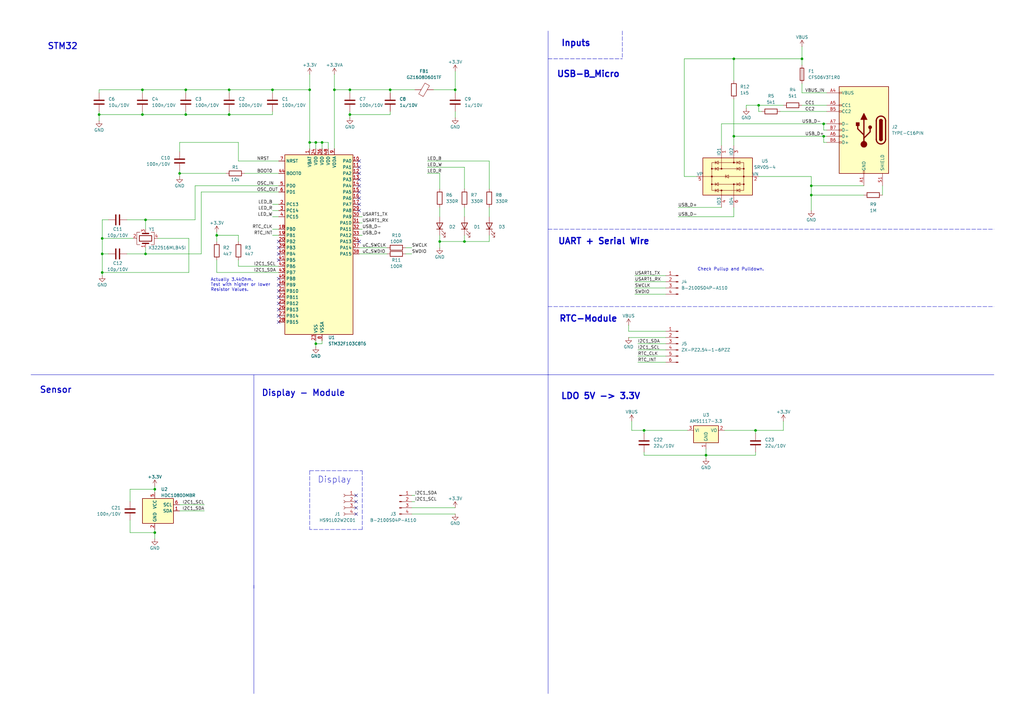
<source format=kicad_sch>
(kicad_sch (version 20231120) (generator "eeschema") (generator_version "8.0")
  (paper "A3")
  (lib_symbols
    (symbol "Connector:Conn_01x04_Pin" (pin_names (offset 1.016) hide)
      (property "Reference" "J" (at 0 5.08 0))
      (property "Value" "Conn_01x04_Pin" (at 0 -7.62 0))
      (symbol "Conn_01x04_Pin_1_1"
        (pin passive line (at 5.08 2.54 180) (length 3.81) (name "Pin_1") (number "1"))
        (pin passive line (at 5.08 0 180) (length 3.81) (name "Pin_2") (number "2"))
        (pin passive line (at 5.08 -2.54 180) (length 3.81) (name "Pin_3") (number "3"))
        (pin passive line (at 5.08 -5.08 180) (length 3.81) (name "Pin_4") (number "4"))
      )
    )
    (symbol "Connector:Conn_01x04_Socket" (pin_names (offset 1.016) hide)
      (property "Reference" "J" (at 0 5.08 0))
      (property "Value" "Conn_01x04_Socket" (at 0 -7.62 0))
      (symbol "Conn_01x04_Socket_1_1"
        (pin passive line (at -5.08 2.54 0) (length 3.81) (name "Pin_1") (number "1"))
        (pin passive line (at -5.08 0 0) (length 3.81) (name "Pin_2") (number "2"))
        (pin passive line (at -5.08 -2.54 0) (length 3.81) (name "Pin_3") (number "3"))
        (pin passive line (at -5.08 -5.08 0) (length 3.81) (name "Pin_4") (number "4"))
      )
    )
    (symbol "Connector:Conn_01x06_Pin" (pin_names (offset 1.016) hide)
      (property "Reference" "J" (at 0 7.62 0))
      (property "Value" "Conn_01x06_Pin" (at 0 -10.16 0))
      (symbol "Conn_01x06_Pin_1_1"
        (pin passive line (at 5.08 5.08 180) (length 3.81) (name "Pin_1") (number "1"))
        (pin passive line (at 5.08 2.54 180) (length 3.81) (name "Pin_2") (number "2"))
        (pin passive line (at 5.08 0 180) (length 3.81) (name "Pin_3") (number "3"))
        (pin passive line (at 5.08 -2.54 180) (length 3.81) (name "Pin_4") (number "4"))
        (pin passive line (at 5.08 -5.08 180) (length 3.81) (name "Pin_5") (number "5"))
        (pin passive line (at 5.08 -7.62 180) (length 3.81) (name "Pin_6") (number "6"))
      )
    )
    (symbol "Connector:USB_C_Receptacle_USB2.0_14P" (pin_names (offset 1.016))
      (property "Reference" "J" (at 0 22.225 0))
      (property "Value" "USB_C_Receptacle_USB2.0_14P" (at 0 19.685 0))
      (symbol "USB_C_Receptacle_USB2.0_14P_1_1"
        (pin passive line (at 0 -22.86 90) (length 5.08) (name "GND") (number "A1"))
        (pin passive line (at 0 -22.86 90) (length 5.08) hide (name "GND") (number "A12"))
        (pin passive line (at 15.24 15.24 180) (length 5.08) (name "VBUS") (number "A4"))
        (pin bidirectional line (at 15.24 10.16 180) (length 5.08) (name "CC1") (number "A5"))
        (pin bidirectional line (at 15.24 -2.54 180) (length 5.08) (name "D+") (number "A6"))
        (pin bidirectional line (at 15.24 2.54 180) (length 5.08) (name "D-") (number "A7"))
        (pin passive line (at 15.24 15.24 180) (length 5.08) hide (name "VBUS") (number "A9"))
        (pin passive line (at 0 -22.86 90) (length 5.08) hide (name "GND") (number "B1"))
        (pin passive line (at 0 -22.86 90) (length 5.08) hide (name "GND") (number "B12"))
        (pin passive line (at 15.24 15.24 180) (length 5.08) hide (name "VBUS") (number "B4"))
        (pin bidirectional line (at 15.24 7.62 180) (length 5.08) (name "CC2") (number "B5"))
        (pin bidirectional line (at 15.24 -5.08 180) (length 5.08) (name "D+") (number "B6"))
        (pin bidirectional line (at 15.24 0 180) (length 5.08) (name "D-") (number "B7"))
        (pin passive line (at 15.24 15.24 180) (length 5.08) hide (name "VBUS") (number "B9"))
        (pin passive line (at -7.62 -22.86 90) (length 5.08) (name "SHIELD") (number "S1"))
      )
    )
    (symbol "Device:C" (pin_numbers hide) (pin_names (offset 0.254))
      (property "Reference" "C" (at 0.635 2.54 0))
      (property "Value" "C" (at 0.635 -2.54 0))
      (symbol "C_1_1"
        (pin passive line (at 0 3.81 270) (length 2.794) (name "~") (number "1"))
        (pin passive line (at 0 -3.81 90) (length 2.794) (name "~") (number "2"))
      )
    )
    (symbol "Device:Crystal_GND24" (pin_names (offset 1.016) hide)
      (property "Reference" "Y" (at 3.175 5.08 0))
      (property "Value" "Crystal_GND24" (at 3.175 3.175 0))
      (symbol "Crystal_GND24_1_1"
        (pin passive line (at -3.81 0 0) (length 1.27) (name "1") (number "1"))
        (pin passive line (at 0 5.08 270) (length 1.27) (name "2") (number "2"))
        (pin passive line (at 3.81 0 180) (length 1.27) (name "3") (number "3"))
        (pin passive line (at 0 -5.08 90) (length 1.27) (name "4") (number "4"))
      )
    )
    (symbol "Device:FerriteBead" (pin_numbers hide) (pin_names (offset 0))
      (property "Reference" "FB" (at -3.81 0.635 90))
      (property "Value" "FerriteBead" (at 3.81 0 90))
      (symbol "FerriteBead_1_1"
        (pin passive line (at 0 3.81 270) (length 2.54) (name "~") (number "1"))
        (pin passive line (at 0 -3.81 90) (length 2.54) (name "~") (number "2"))
      )
    )
    (symbol "Device:Fuse" (pin_numbers hide) (pin_names (offset 0))
      (property "Reference" "F" (at 2.032 0 90))
      (property "Value" "Fuse" (at -1.905 0 90))
      (symbol "Fuse_1_1"
        (pin passive line (at 0 3.81 270) (length 1.27) (name "~") (number "1"))
        (pin passive line (at 0 -3.81 90) (length 1.27) (name "~") (number "2"))
      )
    )
    (symbol "Device:LED" (pin_numbers hide) (pin_names (offset 1.016) hide)
      (property "Reference" "D" (at 0 2.54 0))
      (property "Value" "LED" (at 0 -2.54 0))
      (symbol "LED_1_1"
        (pin passive line (at -3.81 0 0) (length 2.54) (name "K") (number "1"))
        (pin passive line (at 3.81 0 180) (length 2.54) (name "A") (number "2"))
      )
    )
    (symbol "Device:R" (pin_numbers hide) (pin_names (offset 0))
      (property "Reference" "R" (at 2.032 0 90))
      (property "Value" "R" (at 0 0 90))
      (symbol "R_1_1"
        (pin passive line (at 0 3.81 270) (length 1.27) (name "~") (number "1"))
        (pin passive line (at 0 -3.81 90) (length 1.27) (name "~") (number "2"))
      )
    )
    (symbol "MCU_ST_STM32F1:STM32F103C8Tx"
      (property "Reference" "U" (at -12.7 39.37 0))
      (property "Value" "STM32F103C8Tx" (at 10.16 39.37 0))
      (symbol "STM32F103C8Tx_1_1"
        (pin power_in line (at -2.54 40.64 270) (length 2.54) (name "VBAT") (number "1"))
        (pin bidirectional line (at 17.78 35.56 180) (length 2.54) (name "PA0") (number "10"))
        (pin bidirectional line (at 17.78 33.02 180) (length 2.54) (name "PA1") (number "11"))
        (pin bidirectional line (at 17.78 30.48 180) (length 2.54) (name "PA2") (number "12"))
        (pin bidirectional line (at 17.78 27.94 180) (length 2.54) (name "PA3") (number "13"))
        (pin bidirectional line (at 17.78 25.4 180) (length 2.54) (name "PA4") (number "14"))
        (pin bidirectional line (at 17.78 22.86 180) (length 2.54) (name "PA5") (number "15"))
        (pin bidirectional line (at 17.78 20.32 180) (length 2.54) (name "PA6") (number "16"))
        (pin bidirectional line (at 17.78 17.78 180) (length 2.54) (name "PA7") (number "17"))
        (pin bidirectional line (at -15.24 7.62 0) (length 2.54) (name "PB0") (number "18"))
        (pin bidirectional line (at -15.24 5.08 0) (length 2.54) (name "PB1") (number "19"))
        (pin bidirectional line (at -15.24 17.78 0) (length 2.54) (name "PC13") (number "2"))
        (pin bidirectional line (at -15.24 2.54 0) (length 2.54) (name "PB2") (number "20"))
        (pin bidirectional line (at -15.24 -17.78 0) (length 2.54) (name "PB10") (number "21"))
        (pin bidirectional line (at -15.24 -20.32 0) (length 2.54) (name "PB11") (number "22"))
        (pin power_in line (at 0 -38.1 90) (length 2.54) (name "VSS") (number "23"))
        (pin power_in line (at 0 40.64 270) (length 2.54) (name "VDD") (number "24"))
        (pin bidirectional line (at -15.24 -22.86 0) (length 2.54) (name "PB12") (number "25"))
        (pin bidirectional line (at -15.24 -25.4 0) (length 2.54) (name "PB13") (number "26"))
        (pin bidirectional line (at -15.24 -27.94 0) (length 2.54) (name "PB14") (number "27"))
        (pin bidirectional line (at -15.24 -30.48 0) (length 2.54) (name "PB15") (number "28"))
        (pin bidirectional line (at 17.78 15.24 180) (length 2.54) (name "PA8") (number "29"))
        (pin bidirectional line (at -15.24 15.24 0) (length 2.54) (name "PC14") (number "3"))
        (pin bidirectional line (at 17.78 12.7 180) (length 2.54) (name "PA9") (number "30"))
        (pin bidirectional line (at 17.78 10.16 180) (length 2.54) (name "PA10") (number "31"))
        (pin bidirectional line (at 17.78 7.62 180) (length 2.54) (name "PA11") (number "32"))
        (pin bidirectional line (at 17.78 5.08 180) (length 2.54) (name "PA12") (number "33"))
        (pin bidirectional line (at 17.78 2.54 180) (length 2.54) (name "PA13") (number "34"))
        (pin passive line (at 0 -38.1 90) (length 2.54) hide (name "VSS") (number "35"))
        (pin power_in line (at 2.54 40.64 270) (length 2.54) (name "VDD") (number "36"))
        (pin bidirectional line (at 17.78 0 180) (length 2.54) (name "PA14") (number "37"))
        (pin bidirectional line (at 17.78 -2.54 180) (length 2.54) (name "PA15") (number "38"))
        (pin bidirectional line (at -15.24 0 0) (length 2.54) (name "PB3") (number "39"))
        (pin bidirectional line (at -15.24 12.7 0) (length 2.54) (name "PC15") (number "4"))
        (pin bidirectional line (at -15.24 -2.54 0) (length 2.54) (name "PB4") (number "40"))
        (pin bidirectional line (at -15.24 -5.08 0) (length 2.54) (name "PB5") (number "41"))
        (pin bidirectional line (at -15.24 -7.62 0) (length 2.54) (name "PB6") (number "42"))
        (pin bidirectional line (at -15.24 -10.16 0) (length 2.54) (name "PB7") (number "43"))
        (pin input line (at -15.24 30.48 0) (length 2.54) (name "BOOT0") (number "44"))
        (pin bidirectional line (at -15.24 -12.7 0) (length 2.54) (name "PB8") (number "45"))
        (pin bidirectional line (at -15.24 -15.24 0) (length 2.54) (name "PB9") (number "46"))
        (pin passive line (at 0 -38.1 90) (length 2.54) hide (name "VSS") (number "47"))
        (pin power_in line (at 5.08 40.64 270) (length 2.54) (name "VDD") (number "48"))
        (pin bidirectional line (at -15.24 25.4 0) (length 2.54) (name "PD0") (number "5"))
        (pin bidirectional line (at -15.24 22.86 0) (length 2.54) (name "PD1") (number "6"))
        (pin input line (at -15.24 35.56 0) (length 2.54) (name "NRST") (number "7"))
        (pin power_in line (at 2.54 -38.1 90) (length 2.54) (name "VSSA") (number "8"))
        (pin power_in line (at 7.62 40.64 270) (length 2.54) (name "VDDA") (number "9"))
      )
    )
    (symbol "Power_Protection:SRV05-4" (pin_names (offset 0))
      (property "Reference" "U" (at -5.08 11.43 0))
      (property "Value" "SRV05-4" (at 2.54 11.43 0))
      (symbol "SRV05-4_1_1"
        (pin passive line (at -12.7 2.54 0) (length 5.08) (name "IO1") (number "1"))
        (pin passive line (at 0 -12.7 90) (length 2.54) (name "VN") (number "2"))
        (pin passive line (at -12.7 -2.54 0) (length 5.08) (name "IO2") (number "3"))
        (pin passive line (at 12.7 2.54 180) (length 5.08) (name "IO3") (number "4"))
        (pin passive line (at 0 12.7 270) (length 2.54) (name "VP") (number "5"))
        (pin passive line (at 12.7 -2.54 180) (length 5.08) (name "IO4") (number "6"))
      )
    )
    (symbol "Regulator_Linear:AMS1117-3.3"
      (property "Reference" "U" (at -3.81 3.175 0))
      (property "Value" "AMS1117-3.3" (at 0 3.175 0))
      (symbol "AMS1117-3.3_1_1"
        (pin power_in line (at 0 -7.62 90) (length 2.54) (name "GND") (number "1"))
        (pin power_out line (at 7.62 0 180) (length 2.54) (name "VO") (number "2"))
        (pin power_in line (at -7.62 0 0) (length 2.54) (name "VI") (number "3"))
      )
    )
    (symbol "Sensor_Humidity:HDC1080"
      (property "Reference" "U" (at -6.35 6.35 0))
      (property "Value" "HDC1080" (at 3.81 6.35 0))
      (symbol "HDC1080_1_1"
        (pin bidirectional line (at 7.62 0 180) (length 2.54) (name "SDA") (number "1"))
        (pin power_in line (at -2.54 -7.62 90) (length 2.54) (name "GND") (number "2"))
        (pin no_connect line (at -7.62 0 0) (length 2.54) hide (name "NC") (number "3"))
        (pin no_connect line (at -7.62 -2.54 0) (length 2.54) hide (name "NC") (number "4"))
        (pin power_in line (at -2.54 7.62 270) (length 2.54) (name "VCC") (number "5"))
        (pin input line (at 7.62 2.54 180) (length 2.54) (name "SCL") (number "6"))
        (pin no_connect line (at -7.62 2.54 0) (length 2.54) hide (name "DAP") (number "7"))
      )
    )
    (symbol "power:+3.3V" (power) (pin_numbers hide) (pin_names (offset 0) hide)
      (property "Value" "+3.3V" (at 0 3.556 0))
      (symbol "+3.3V_1_1"
        (pin power_in line (at 0 0 90) (length 0) (name "~") (number "1"))
      )
    )
    (symbol "power:+3.3VA" (power) (pin_numbers hide) (pin_names (offset 0) hide)
      (property "Value" "+3.3VA" (at 0 3.556 0))
      (symbol "+3.3VA_1_1"
        (pin power_in line (at 0 0 90) (length 0) (name "~") (number "1"))
      )
    )
    (symbol "power:GND" (power) (pin_numbers hide) (pin_names (offset 0) hide)
      (property "Value" "GND" (at 0 -3.81 0))
      (symbol "GND_1_1"
        (pin power_in line (at 0 0 270) (length 0) (name "~") (number "1"))
      )
    )
    (symbol "power:VBUS" (power) (pin_numbers hide) (pin_names (offset 0) hide)
      (property "Value" "VBUS" (at 0 3.556 0))
      (symbol "VBUS_1_1"
        (pin power_in line (at 0 0 90) (length 0) (name "~") (number "1"))
      )
    )
  )
  (junction (at 337.82 50.8))
  (junction (at 59.69 90.17))
  (junction (at 127 36.83))
  (junction (at 328.93 24.13))
  (junction (at 311.15 43.18))
  (junction (at 137.16 36.83))
  (junction (at 337.82 55.88))
  (junction (at 289.56 186.69))
  (junction (at 63.5 200.66))
  (junction (at 132.08 58.42))
  (junction (at 300.99 24.13))
  (junction (at 129.54 140.97))
  (junction (at 111.76 36.83))
  (junction (at 300.99 55.88))
  (junction (at 76.2 46.99))
  (junction (at 129.54 58.42))
  (junction (at 41.91 104.14))
  (junction (at 59.69 104.14))
  (junction (at 76.2 36.83))
  (junction (at 41.91 111.76))
  (junction (at 180.34 99.06))
  (junction (at 143.51 46.99))
  (junction (at 190.5 99.06))
  (junction (at 143.51 36.83))
  (junction (at 88.9 96.52))
  (junction (at 58.42 36.83))
  (junction (at 63.5 218.44))
  (junction (at 40.64 46.99))
  (junction (at 58.42 46.99))
  (junction (at 309.88 176.53))
  (junction (at 93.98 36.83))
  (junction (at 93.98 46.99))
  (junction (at 127 58.42))
  (junction (at 41.91 97.79))
  (junction (at 73.66 71.12))
  (junction (at 332.74 76.2))
  (junction (at 264.16 176.53))
  (junction (at 186.69 36.83))
  (junction (at 160.02 36.83))
  (junction (at 332.74 80.01))
  (no_connect (at 114.3 99.06))
  (no_connect (at 146.05 210.82))
  (no_connect (at 114.3 106.68))
  (no_connect (at 114.3 114.3))
  (no_connect (at 114.3 129.54))
  (no_connect (at 147.32 66.04))
  (no_connect (at 147.32 81.28))
  (no_connect (at 147.32 73.66))
  (no_connect (at 147.32 78.74))
  (no_connect (at 147.32 76.2))
  (no_connect (at 146.05 208.28))
  (no_connect (at 114.3 119.38))
  (no_connect (at 114.3 104.14))
  (no_connect (at 147.32 83.82))
  (no_connect (at 114.3 124.46))
  (no_connect (at 114.3 116.84))
  (no_connect (at 114.3 132.08))
  (no_connect (at 114.3 101.6))
  (no_connect (at 147.32 71.12))
  (no_connect (at 114.3 127))
  (no_connect (at 114.3 121.92))
  (no_connect (at 147.32 99.06))
  (no_connect (at 147.32 68.58))
  (no_connect (at 146.05 205.74))
  (no_connect (at 147.32 86.36))
  (no_connect (at 146.05 203.2))
  (wire (pts (xy 111.76 36.83) (xy 127 36.83)))
  (wire (pts (xy 40.64 46.99) (xy 40.64 49.53)))
  (polyline (pts (xy 127 193.04) (xy 127 217.17)) (stroke (width 0) (type dash)))
  (wire (pts (xy 88.9 96.52) (xy 97.79 96.52)))
  (wire (pts (xy 44.45 90.17) (xy 41.91 90.17)))
  (polyline (pts (xy 12.7 153.67) (xy 224.79 153.67)) (stroke (width 0) (type solid)))
  (wire (pts (xy 260.35 115.57) (xy 273.05 115.57)))
  (wire (pts (xy 264.16 176.53) (xy 281.94 176.53)))
  (wire (pts (xy 76.2 36.83) (xy 76.2 38.1)))
  (wire (pts (xy 41.91 104.14) (xy 41.91 111.76)))
  (wire (pts (xy 260.35 118.11) (xy 273.05 118.11)))
  (wire (pts (xy 295.91 50.8) (xy 337.82 50.8)))
  (wire (pts (xy 82.55 104.14) (xy 82.55 78.74)))
  (wire (pts (xy 160.02 36.83) (xy 170.18 36.83)))
  (wire (pts (xy 111.76 88.9) (xy 114.3 88.9)))
  (wire (pts (xy 88.9 111.76) (xy 114.3 111.76)))
  (wire (pts (xy 147.32 93.98) (xy 148.59 93.98)))
  (wire (pts (xy 309.88 176.53) (xy 309.88 177.8)))
  (wire (pts (xy 97.79 106.68) (xy 97.79 109.22)))
  (wire (pts (xy 73.66 207.01) (xy 83.82 207.01)))
  (wire (pts (xy 52.07 90.17) (xy 59.69 90.17)))
  (wire (pts (xy 328.93 43.18) (xy 339.09 43.18)))
  (wire (pts (xy 321.31 172.72) (xy 321.31 176.53)))
  (wire (pts (xy 328.93 34.29) (xy 328.93 38.1)))
  (wire (pts (xy 170.18 205.74) (xy 168.91 205.74)))
  (wire (pts (xy 58.42 45.72) (xy 58.42 46.99)))
  (wire (pts (xy 177.8 36.83) (xy 186.69 36.83)))
  (wire (pts (xy 97.79 66.04) (xy 114.3 66.04)))
  (wire (pts (xy 137.16 30.48) (xy 137.16 36.83)))
  (wire (pts (xy 111.76 83.82) (xy 114.3 83.82)))
  (wire (pts (xy 147.32 91.44) (xy 148.59 91.44)))
  (wire (pts (xy 111.76 93.98) (xy 114.3 93.98)))
  (wire (pts (xy 58.42 36.83) (xy 76.2 36.83)))
  (wire (pts (xy 100.33 71.12) (xy 114.3 71.12)))
  (wire (pts (xy 160.02 46.99) (xy 160.02 45.72)))
  (wire (pts (xy 97.79 109.22) (xy 114.3 109.22)))
  (wire (pts (xy 132.08 139.7) (xy 132.08 140.97)))
  (wire (pts (xy 127 30.48) (xy 127 36.83)))
  (wire (pts (xy 180.34 96.52) (xy 180.34 99.06)))
  (wire (pts (xy 280.67 24.13) (xy 300.99 24.13)))
  (wire (pts (xy 147.32 96.52) (xy 148.59 96.52)))
  (wire (pts (xy 259.08 176.53) (xy 264.16 176.53)))
  (wire (pts (xy 186.69 36.83) (xy 186.69 38.1)))
  (wire (pts (xy 300.99 55.88) (xy 337.82 55.88)))
  (wire (pts (xy 59.69 104.14) (xy 82.55 104.14)))
  (wire (pts (xy 111.76 96.52) (xy 114.3 96.52)))
  (wire (pts (xy 127 58.42) (xy 129.54 58.42)))
  (wire (pts (xy 143.51 46.99) (xy 143.51 48.26)))
  (wire (pts (xy 80.01 76.2) (xy 114.3 76.2)))
  (wire (pts (xy 88.9 106.68) (xy 88.9 111.76)))
  (wire (pts (xy 76.2 36.83) (xy 93.98 36.83)))
  (polyline (pts (xy 148.59 217.17) (xy 127 217.17)) (stroke (width 0) (type dash)))
  (wire (pts (xy 309.88 186.69) (xy 289.56 186.69)))
  (wire (pts (xy 73.66 71.12) (xy 73.66 72.39)))
  (wire (pts (xy 168.91 208.28) (xy 186.69 208.28)))
  (wire (pts (xy 129.54 58.42) (xy 129.54 60.96)))
  (wire (pts (xy 129.54 140.97) (xy 129.54 142.24)))
  (wire (pts (xy 111.76 45.72) (xy 111.76 46.99)))
  (wire (pts (xy 59.69 90.17) (xy 80.01 90.17)))
  (wire (pts (xy 97.79 96.52) (xy 97.79 99.06)))
  (wire (pts (xy 264.16 185.42) (xy 264.16 186.69)))
  (wire (pts (xy 260.35 120.65) (xy 273.05 120.65)))
  (wire (pts (xy 41.91 111.76) (xy 77.47 111.76)))
  (wire (pts (xy 147.32 101.6) (xy 158.75 101.6)))
  (wire (pts (xy 337.82 53.34) (xy 339.09 53.34)))
  (polyline (pts (xy 224.79 93.98) (xy 407.67 93.98)) (stroke (width 0) (type dash)))
  (polyline (pts (xy 224.79 24.13) (xy 255.27 24.13)) (stroke (width 0) (type dash)))
  (wire (pts (xy 63.5 218.44) (xy 63.5 220.98)))
  (polyline (pts (xy 224.79 153.67) (xy 224.79 284.48)) (stroke (width 0) (type solid)))
  (wire (pts (xy 309.88 176.53) (xy 321.31 176.53)))
  (wire (pts (xy 175.26 68.58) (xy 190.5 68.58)))
  (wire (pts (xy 260.35 113.03) (xy 273.05 113.03)))
  (wire (pts (xy 97.79 58.42) (xy 97.79 66.04)))
  (wire (pts (xy 311.15 72.39) (xy 332.74 72.39)))
  (wire (pts (xy 44.45 104.14) (xy 41.91 104.14)))
  (polyline (pts (xy 127 193.04) (xy 148.59 193.04)) (stroke (width 0) (type dash)))
  (wire (pts (xy 285.75 72.39) (xy 280.67 72.39)))
  (wire (pts (xy 160.02 36.83) (xy 160.02 38.1)))
  (polyline (pts (xy 148.59 193.04) (xy 148.59 217.17)) (stroke (width 0) (type dash)))
  (wire (pts (xy 175.26 66.04) (xy 200.66 66.04)))
  (polyline (pts (xy 224.79 153.67) (xy 407.67 153.67)) (stroke (width 0) (type solid)))
  (wire (pts (xy 190.5 68.58) (xy 190.5 77.47)))
  (wire (pts (xy 328.93 38.1) (xy 339.09 38.1)))
  (polyline (pts (xy 255.27 12.7) (xy 255.27 24.13)) (stroke (width 0) (type dash)))
  (wire (pts (xy 264.16 177.8) (xy 264.16 176.53)))
  (wire (pts (xy 200.66 85.09) (xy 200.66 88.9)))
  (wire (pts (xy 143.51 36.83) (xy 160.02 36.83)))
  (wire (pts (xy 143.51 46.99) (xy 160.02 46.99)))
  (wire (pts (xy 64.77 97.79) (xy 77.47 97.79)))
  (wire (pts (xy 53.34 200.66) (xy 53.34 205.74)))
  (wire (pts (xy 41.91 97.79) (xy 54.61 97.79)))
  (wire (pts (xy 332.74 76.2) (xy 332.74 80.01)))
  (wire (pts (xy 186.69 29.21) (xy 186.69 36.83)))
  (wire (pts (xy 168.91 210.82) (xy 186.69 210.82)))
  (wire (pts (xy 306.07 44.45) (xy 306.07 43.18)))
  (wire (pts (xy 73.66 71.12) (xy 73.66 69.85)))
  (wire (pts (xy 320.04 45.72) (xy 339.09 45.72)))
  (wire (pts (xy 180.34 99.06) (xy 180.34 101.6)))
  (wire (pts (xy 190.5 99.06) (xy 190.5 96.52)))
  (wire (pts (xy 278.13 88.9) (xy 300.99 88.9)))
  (wire (pts (xy 278.13 85.09) (xy 295.91 85.09)))
  (wire (pts (xy 40.64 36.83) (xy 58.42 36.83)))
  (wire (pts (xy 73.66 58.42) (xy 73.66 62.23)))
  (wire (pts (xy 63.5 200.66) (xy 63.5 201.93)))
  (wire (pts (xy 52.07 104.14) (xy 59.69 104.14)))
  (wire (pts (xy 93.98 36.83) (xy 93.98 38.1)))
  (wire (pts (xy 137.16 36.83) (xy 143.51 36.83)))
  (wire (pts (xy 77.47 111.76) (xy 77.47 97.79)))
  (wire (pts (xy 53.34 218.44) (xy 63.5 218.44)))
  (wire (pts (xy 186.69 45.72) (xy 186.69 48.26)))
  (wire (pts (xy 261.62 148.59) (xy 273.05 148.59)))
  (wire (pts (xy 300.99 40.64) (xy 300.99 55.88)))
  (wire (pts (xy 132.08 58.42) (xy 132.08 60.96)))
  (wire (pts (xy 129.54 140.97) (xy 132.08 140.97)))
  (wire (pts (xy 129.54 58.42) (xy 132.08 58.42)))
  (wire (pts (xy 73.66 209.55) (xy 83.82 209.55)))
  (wire (pts (xy 332.74 80.01) (xy 354.33 80.01)))
  (wire (pts (xy 300.99 24.13) (xy 328.93 24.13)))
  (wire (pts (xy 59.69 104.14) (xy 59.69 101.6)))
  (wire (pts (xy 88.9 95.25) (xy 88.9 96.52)))
  (wire (pts (xy 58.42 46.99) (xy 76.2 46.99)))
  (wire (pts (xy 111.76 86.36) (xy 114.3 86.36)))
  (wire (pts (xy 73.66 58.42) (xy 97.79 58.42)))
  (wire (pts (xy 337.82 55.88) (xy 339.09 55.88)))
  (wire (pts (xy 180.34 85.09) (xy 180.34 88.9)))
  (wire (pts (xy 40.64 46.99) (xy 40.64 45.72)))
  (wire (pts (xy 332.74 72.39) (xy 332.74 76.2)))
  (wire (pts (xy 200.66 66.04) (xy 200.66 77.47)))
  (wire (pts (xy 76.2 46.99) (xy 76.2 45.72)))
  (wire (pts (xy 261.62 140.97) (xy 273.05 140.97)))
  (wire (pts (xy 289.56 184.15) (xy 289.56 186.69)))
  (wire (pts (xy 147.32 88.9) (xy 148.59 88.9)))
  (wire (pts (xy 92.71 71.12) (xy 73.66 71.12)))
  (wire (pts (xy 137.16 36.83) (xy 137.16 60.96)))
  (wire (pts (xy 264.16 186.69) (xy 289.56 186.69)))
  (polyline (pts (xy 104.14 241.3) (xy 104.14 240.03)))
  (wire (pts (xy 257.81 133.35) (xy 257.81 135.89)))
  (wire (pts (xy 53.34 200.66) (xy 63.5 200.66)))
  (wire (pts (xy 175.26 71.12) (xy 180.34 71.12)))
  (wire (pts (xy 309.88 186.69) (xy 309.88 185.42)))
  (wire (pts (xy 127 58.42) (xy 127 60.96)))
  (wire (pts (xy 295.91 50.8) (xy 295.91 59.69)))
  (wire (pts (xy 332.74 80.01) (xy 332.74 86.36)))
  (wire (pts (xy 93.98 36.83) (xy 111.76 36.83)))
  (wire (pts (xy 337.82 50.8) (xy 339.09 50.8)))
  (wire (pts (xy 257.81 135.89) (xy 273.05 135.89)))
  (wire (pts (xy 311.15 45.72) (xy 311.15 43.18)))
  (wire (pts (xy 170.18 203.2) (xy 168.91 203.2)))
  (wire (pts (xy 311.15 43.18) (xy 321.31 43.18)))
  (wire (pts (xy 280.67 72.39) (xy 280.67 24.13)))
  (wire (pts (xy 129.54 139.7) (xy 129.54 140.97)))
  (wire (pts (xy 134.62 60.96) (xy 134.62 58.42)))
  (wire (pts (xy 300.99 55.88) (xy 300.99 59.69)))
  (wire (pts (xy 361.95 80.01) (xy 361.95 76.2)))
  (wire (pts (xy 297.18 176.53) (xy 309.88 176.53)))
  (wire (pts (xy 93.98 46.99) (xy 111.76 46.99)))
  (wire (pts (xy 41.91 97.79) (xy 41.91 104.14)))
  (wire (pts (xy 261.62 146.05) (xy 273.05 146.05)))
  (wire (pts (xy 332.74 76.2) (xy 354.33 76.2)))
  (wire (pts (xy 111.76 36.83) (xy 111.76 38.1)))
  (wire (pts (xy 82.55 78.74) (xy 114.3 78.74)))
  (wire (pts (xy 63.5 217.17) (xy 63.5 218.44)))
  (wire (pts (xy 41.91 111.76) (xy 41.91 113.03)))
  (wire (pts (xy 93.98 46.99) (xy 93.98 45.72)))
  (wire (pts (xy 166.37 104.14) (xy 168.91 104.14)))
  (wire (pts (xy 40.64 46.99) (xy 58.42 46.99)))
  (wire (pts (xy 337.82 50.8) (xy 337.82 53.34)))
  (wire (pts (xy 300.99 24.13) (xy 300.99 33.02)))
  (wire (pts (xy 312.42 45.72) (xy 311.15 45.72)))
  (wire (pts (xy 337.82 58.42) (xy 339.09 58.42)))
  (wire (pts (xy 76.2 46.99) (xy 93.98 46.99)))
  (wire (pts (xy 328.93 19.05) (xy 328.93 24.13)))
  (wire (pts (xy 127 36.83) (xy 127 58.42)))
  (wire (pts (xy 59.69 90.17) (xy 59.69 93.98)))
  (wire (pts (xy 80.01 90.17) (xy 80.01 76.2)))
  (wire (pts (xy 190.5 99.06) (xy 200.66 99.06)))
  (wire (pts (xy 166.37 101.6) (xy 168.91 101.6)))
  (wire (pts (xy 63.5 199.39) (xy 63.5 200.66)))
  (wire (pts (xy 180.34 71.12) (xy 180.34 77.47)))
  (wire (pts (xy 40.64 36.83) (xy 40.64 38.1)))
  (wire (pts (xy 88.9 96.52) (xy 88.9 99.06)))
  (wire (pts (xy 257.81 138.43) (xy 273.05 138.43)))
  (wire (pts (xy 58.42 36.83) (xy 58.42 38.1)))
  (wire (pts (xy 41.91 90.17) (xy 41.91 97.79)))
  (wire (pts (xy 132.08 58.42) (xy 134.62 58.42)))
  (wire (pts (xy 328.93 24.13) (xy 328.93 26.67)))
  (wire (pts (xy 300.99 88.9) (xy 300.99 85.09)))
  (wire (pts (xy 306.07 43.18) (xy 311.15 43.18)))
  (wire (pts (xy 337.82 55.88) (xy 337.82 58.42)))
  (wire (pts (xy 190.5 85.09) (xy 190.5 88.9)))
  (wire (pts (xy 143.51 36.83) (xy 143.51 38.1)))
  (polyline (pts (xy 104.14 153.67) (xy 104.14 284.48)))
  (wire (pts (xy 147.32 104.14) (xy 158.75 104.14)))
  (polyline (pts (xy 224.79 125.73) (xy 407.67 125.73)) (stroke (width 0) (type dash)))
  (wire (pts (xy 53.34 213.36) (xy 53.34 218.44)))
  (wire (pts (xy 259.08 172.72) (xy 259.08 176.53)))
  (wire (pts (xy 261.62 143.51) (xy 273.05 143.51)))
  (wire (pts (xy 289.56 186.69) (xy 289.56 187.96)))
  (polyline (pts (xy 224.79 12.7) (xy 224.79 153.67)) (stroke (width 0) (type solid)))
  (wire (pts (xy 200.66 99.06) (xy 200.66 96.52)))
  (wire (pts (xy 180.34 99.06) (xy 190.5 99.06)))
  (wire (pts (xy 143.51 45.72) (xy 143.51 46.99)))
  (text "Inputs\n" (at 236.22 17.78 0) (effects (font (size 2.54 2.54) (thickness 0.508) (bold yes))))
  (text "Actually 3.4kOhm.\nTest with higher or lower \nResistor Values." (at 86.36 116.84 0) (effects (font (size 1.27 1.27)) (justify left)))
  (text "Display - Module" (at 124.46 161.29 0) (effects (font (size 2.54 2.54) (thickness 0.4064) (bold yes))))
  (text "STM32 " (at 26.67 19.05 0) (effects (font (size 2.54 2.54) (thickness 0.4064) (bold yes))))
  (text "Display" (at 137.16 196.85 0) (effects (font (size 2.54 2.54))))
  (text "Sensor" (at 22.86 160.02 0) (effects (font (size 2.54 2.54) (thickness 0.4064) (bold yes))))
  (text "LDO 5V -> 3.3V" (at 246.38 162.56 0) (effects (font (size 2.54 2.54) (thickness 0.508) (bold yes))))
  (text "USB-B_Micro" (at 241.3 30.48 0) (effects (font (size 2.54 2.54) (thickness 0.508) (bold yes))))
  (text "RTC-Module" (at 241.3 130.81 0) (effects (font (size 2.54 2.54) (thickness 0.508) (bold yes))))
  (text "UART + Serial Wire" (at 247.65 99.06 0) (effects (font (size 2.54 2.54) (thickness 0.508) (bold yes))))
  (text "Check Pullup and Pulldown." (at 299.72 110.49 0) (effects (font (size 1.27 1.27))))
  (label "LED_B" (at 111.76 83.82 180))
  (label "I2C1_SDA" (at 261.62 140.97 0))
  (label "CC2" (at 330.2 45.72 0))
  (label "RTC_CLK" (at 111.76 93.98 180))
  (label "USART1_RX" (at 260.35 115.57 0))
  (label "USB_D-" (at 148.59 93.98 0))
  (label "SWCLK" (at 168.91 101.6 0))
  (label "OSC_IN" (at 105.41 76.2 0))
  (label "RTC_INT" (at 111.76 96.52 180))
  (label "SWCLK" (at 260.35 118.11 0))
  (label "CC1" (at 330.2 43.18 0))
  (label "I2C1_SCL" (at 170.18 205.74 0))
  (label "USB_D+" (at 278.13 85.09 0))
  (label "OSC_OUT" (at 105.41 78.74 0))
  (label "I2C1_SCL" (at 261.62 143.51 0))
  (label "USART1_TX" (at 260.35 113.03 0))
  (label "LED_R" (at 111.76 86.36 180))
  (label "USART1_RX" (at 148.59 91.44 0))
  (label "USB_D+" (at 148.59 96.52 0))
  (label "USB_D-" (at 328.93 50.8 0))
  (label "SWDIO" (at 168.91 104.14 0))
  (label "I2C1_SCL" (at 104.14 109.22 0))
  (label "USB_D-" (at 278.13 88.9 0))
  (label "USB_D+" (at 330.2 55.88 0))
  (label "uC_SWCLK" (at 148.59 101.6 0))
  (label "SWDIO" (at 260.35 120.65 0))
  (label "LED_W" (at 111.76 88.9 180))
  (label "NRST" (at 105.41 66.04 0))
  (label "I2C1_SDA" (at 170.18 203.2 0))
  (label "I2C1_SDA" (at 83.82 209.55 180))
  (label "RTC_INT" (at 261.62 148.59 0))
  (label "VBUS_IN" (at 330.2 38.1 0))
  (label "I2C1_SCL" (at 83.82 207.01 180))
  (label "USART1_TX" (at 148.59 88.9 0))
  (label "LED_W" (at 175.26 68.58 0))
  (label "uC_SWDIO" (at 148.59 104.14 0))
  (label "LED_R" (at 175.26 71.12 0))
  (label "LED_B" (at 175.26 66.04 0))
  (label "BOOT0" (at 105.41 71.12 0))
  (label "I2C1_SDA" (at 104.14 111.76 0))
  (label "RTC_CLK" (at 261.62 146.05 0))
  (symbol (lib_id "power:GND") (at 129.54 142.24 0) (unit 1)
    (property "Reference" "#PWR01" (effects (hide yes)))
    (property "Value" "GND" (at 129.54 146.05 0))
    (property "Description" "Power symbol creates a global label with name \"GND\" , ground" (effects (hide yes)))
  )
  (symbol (lib_id "Device:R") (at 200.66 81.28 0) (unit 1)
    (property "Reference" "R8" (at 203.2 80.0099 0) (effects (justify left)))
    (property "Value" "330R" (at 203.2 82.5499 0) (effects (justify left)))
    (property "Footprint" "Resistor_SMD:R_0603_1608Metric" (effects (hide yes)))
    (property "Description" "Resistor" (effects (hide yes)))
  )
  (symbol (lib_id "Device:R") (at 325.12 43.18 90) (unit 1)
    (property "Reference" "R4" (at 325.12 36.83 90))
    (property "Value" "5k1" (at 325.12 39.37 90))
    (property "Footprint" "Resistor_SMD:R_0603_1608Metric" (effects (hide yes)))
    (property "Description" "Resistor" (effects (hide yes)))
  )
  (symbol (lib_id "Device:LED") (at 190.5 92.71 90) (unit 1)
    (property "Reference" "D1" (at 194.31 93.0274 90) (effects (justify right)))
    (property "Value" "KT-0603W" (effects (hide yes)))
    (property "Footprint" "LED_SMD:LED_0603_1608Metric" (effects (hide yes)))
    (property "Datasheet" "https://wmsc.lcsc.com/wmsc/upload/file/pdf/v2/lcsc/2305091500_Hubei-KENTO-Elec-KT-0603W_C2290.pdf" (effects (hide yes)))
    (property "Description" "White LED" (effects (hide yes)))
  )
  (symbol (lib_id "power:GND") (at 186.69 210.82 0) (unit 1)
    (property "Reference" "#PWR017" (effects (hide yes)))
    (property "Value" "GND" (at 186.69 214.63 0))
    (property "Description" "Power symbol creates a global label with name \"GND\" , ground" (effects (hide yes)))
  )
  (symbol (lib_id "Device:R") (at 88.9 102.87 0) (unit 1)
    (property "Reference" "R2" (at 91.44 101.5999 0) (effects (justify left)))
    (property "Value" "4k7" (at 91.44 104.1399 0) (effects (justify left)))
    (property "Footprint" "Resistor_SMD:R_0603_1608Metric" (effects (hide yes)))
    (property "Description" "Resistor" (effects (hide yes)))
  )
  (symbol (lib_id "Device:R") (at 180.34 81.28 0) (unit 1)
    (property "Reference" "R6" (at 182.88 80.0099 0) (effects (justify left)))
    (property "Value" "330R" (at 182.88 82.5499 0) (effects (justify left)))
    (property "Footprint" "Resistor_SMD:R_0603_1608Metric" (effects (hide yes)))
    (property "Description" "Resistor" (effects (hide yes)))
  )
  (symbol (lib_id "Device:C") (at 143.51 41.91 0) (unit 1)
    (property "Reference" "C7" (at 147.32 40.6399 0) (effects (justify left)))
    (property "Value" "100n/10V" (at 147.32 43.1799 0) (effects (justify left)))
    (property "Footprint" "Capacitor_SMD:C_0603_1608Metric" (effects (hide yes)))
    (property "Description" "Unpolarized capacitor" (effects (hide yes)))
  )
  (symbol (lib_id "power:+3.3V") (at 186.69 208.28 0) (unit 1)
    (property "Reference" "#PWR018" (effects (hide yes)))
    (property "Value" "+3.3V" (at 186.69 204.47 0))
    (property "Description" "Power symbol creates a global label with name \"+3.3V\"" (effects (hide yes)))
  )
  (symbol (lib_id "Device:R") (at 190.5 81.28 0) (unit 1)
    (property "Reference" "R7" (at 193.04 80.0099 0) (effects (justify left)))
    (property "Value" "330R" (at 193.04 82.5499 0) (effects (justify left)))
    (property "Footprint" "Resistor_SMD:R_0603_1608Metric" (effects (hide yes)))
    (property "Description" "Resistor" (effects (hide yes)))
  )
  (symbol (lib_id "power:GND") (at 332.74 86.36 0) (unit 1)
    (property "Reference" "#PWR023" (effects (hide yes)))
    (property "Value" "GND" (at 332.74 90.17 0))
    (property "Description" "Power symbol creates a global label with name \"GND\" , ground" (effects (hide yes)))
  )
  (symbol (lib_id "Device:C") (at 53.34 209.55 0) (mirror x) (unit 1)
    (property "Reference" "C21" (at 49.53 208.2799 0) (effects (justify right)))
    (property "Value" "100n/10V" (at 49.53 210.8199 0) (effects (justify right)))
    (property "Footprint" "Capacitor_SMD:C_0603_1608Metric" (effects (hide yes)))
    (property "Description" "Unpolarized capacitor" (effects (hide yes)))
  )
  (symbol (lib_id "Power_Protection:SRV05-4") (at 298.45 72.39 90) (mirror x) (unit 1)
    (property "Reference" "U5" (at 313.69 66.04 90))
    (property "Value" "SRV05-4" (at 313.69 68.58 90))
    (property "Footprint" "Package_TO_SOT_SMD:SOT-23-6" (effects (hide yes)))
    (property "Datasheet" "http://www.onsemi.com/pub/Collateral/SRV05-4-D.PDF" (effects (hide yes)))
    (property "Description" "ESD Protection Diodes with Low Clamping Voltage, SOT-23-6" (effects (hide yes)))
  )
  (symbol (lib_id "Connector:Conn_01x04_Pin") (at 163.83 205.74 0) (unit 1)
    (property "Reference" "J3" (at 161.29 210.82 0))
    (property "Value" "B-2100S04P-A110" (at 161.29 213.36 0))
    (property "Footprint" "Connector_PinHeader_2.54mm:PinHeader_1x04_P2.54mm_Vertical" (effects (hide yes)))
    (property "Description" "Generic connector, single row, 01x04, script generated" (effects (hide yes)))
  )
  (symbol (lib_id "power:VBUS") (at 328.93 19.05 0) (unit 1)
    (property "Reference" "#PWR022" (effects (hide yes)))
    (property "Value" "VBUS" (at 328.93 15.24 0))
    (property "Description" "Power symbol creates a global label with name \"VBUS\"" (effects (hide yes)))
  )
  (symbol (lib_id "MCU_ST_STM32F1:STM32F103C8Tx") (at 129.54 101.6 0) (unit 1)
    (property "Reference" "U1" (at 134.62 138.43 0) (effects (justify left)))
    (property "Value" "STM32F103C8T6" (at 134.62 140.97 0) (effects (justify left)))
    (property "Footprint" "Package_QFP:LQFP-48_7x7mm_P0.5mm" (effects (hide yes)))
    (property "Datasheet" "https://www.st.com/resource/en/datasheet/stm32f103c8.pdf" (effects (hide yes)))
    (property "Description" "STMicroelectronics Arm Cortex-M3 MCU, 64KB flash, 20KB RAM, 72 MHz, 2.0-3.6V, 37 GPIO, LQFP48" (effects (hide yes)))
  )
  (symbol (lib_id "Device:C") (at 76.2 41.91 0) (unit 1)
    (property "Reference" "C3" (at 80.01 40.6399 0) (effects (justify left)))
    (property "Value" "100n/10V" (at 80.01 43.1799 0) (effects (justify left)))
    (property "Footprint" "Capacitor_SMD:C_0603_1608Metric" (effects (hide yes)))
    (property "Description" "Unpolarized capacitor" (effects (hide yes)))
  )
  (symbol (lib_id "Device:R") (at 162.56 101.6 90) (unit 1)
    (property "Reference" "R10" (at 162.56 96.52 90))
    (property "Value" "100R" (at 162.56 99.06 90))
    (property "Footprint" "Resistor_SMD:R_0603_1608Metric" (effects (hide yes)))
    (property "Description" "Resistor" (effects (hide yes)))
  )
  (symbol (lib_id "Device:R") (at 316.23 45.72 270) (unit 1)
    (property "Reference" "R5" (at 316.23 39.37 90))
    (property "Value" "5k1" (at 316.23 41.91 90))
    (property "Footprint" "Resistor_SMD:R_0603_1608Metric" (effects (hide yes)))
    (property "Description" "Resistor" (effects (hide yes)))
  )
  (symbol (lib_id "Connector:USB_C_Receptacle_USB2.0_14P") (at 354.33 53.34 0) (mirror y) (unit 1)
    (property "Reference" "J2" (at 365.76 52.0699 0) (effects (justify right)))
    (property "Value" "TYPE-C16PIN" (at 365.76 54.6099 0) (effects (justify right)))
    (property "Footprint" "Connector_USB:USB_C_Receptacle_GCT_USB4105-xx-A_16P_TopMnt_Horizontal" (effects (hide yes)))
    (property "Datasheet" "https://www.usb.org/sites/default/files/documents/usb_type-c.zip" (effects (hide yes)))
    (property "Description" "USB 2.0-only 14P Type-C Receptacle connector" (effects (hide yes)))
  )
  (symbol (lib_id "power:GND") (at 186.69 48.26 0) (unit 1)
    (property "Reference" "#PWR07" (effects (hide yes)))
    (property "Value" "GND" (at 186.69 52.07 0))
    (property "Description" "Power symbol creates a global label with name \"GND\" , ground" (effects (hide yes)))
  )
  (symbol (lib_id "Regulator_Linear:AMS1117-3.3") (at 289.56 176.53 0) (unit 1)
    (property "Reference" "U3" (at 289.56 170.18 0))
    (property "Value" "AMS1117-3.3" (at 289.56 172.72 0))
    (property "Footprint" "Package_TO_SOT_SMD:SOT-223-3_TabPin2" (effects (hide yes)))
    (property "Datasheet" "http://www.advanced-monolithic.com/pdf/ds1117.pdf" (effects (hide yes)))
    (property "Description" "1A Low Dropout regulator, positive, 3.3V fixed output, SOT-223" (effects (hide yes)))
  )
  (symbol (lib_id "power:+3.3VA") (at 137.16 30.48 0) (unit 1)
    (property "Reference" "#PWR04" (effects (hide yes)))
    (property "Value" "+3.3VA" (at 137.16 26.67 0))
    (property "Description" "Power symbol creates a global label with name \"+3.3VA\"" (effects (hide yes)))
  )
  (symbol (lib_id "Connector:Conn_01x04_Socket") (at 140.97 205.74 0) (mirror y) (unit 1)
    (property "Reference" "J1" (at 138.43 210.82 0))
    (property "Value" "HS91L02W2C01" (at 138.43 213.36 0))
    (property "Footprint" "Capacitor_SMD:C_0402_1005Metric" (effects (hide yes)))
    (property "Datasheet" "https://de.aliexpress.com/item/1005006718261122.html?spm=a2g0o.detail.pcDetailTopMoreOtherSeller.5.2013XZHiXZHigg&gps-id=pcDetailTopMoreOtherSeller&scm=1007.40050.354490.0&scm_id=1007.40050.354490.0&scm-url=1007.40050.354490.0&pvid=0fef7389-1d1c-4f1a-8e94-4a681976b855&_t=gps-id:pcDetailTopMoreOtherSeller,scm-url:1007.40050.354490.0,pvid:0fef7389-1d1c-4f1a-8e94-4a681976b855,tpp_buckets:668%232846%238116%232002&pdp_npi=4%40dis%21EUR%212.00%211.42%21%21%212.11%211.50%21%40211b8c6317224533028563786e34d4%2112000038083103810%21rec%21FR%216066042665%21ABX&utparam-url=scene%3ApcDetailTopMoreOtherSeller%7Cquery_from%3A" (effects (hide yes)))
    (property "Description" "Display" (effects (hide yes)))
  )
  (symbol (lib_id "Sensor_Humidity:HDC1080") (at 66.04 209.55 0) (unit 1)
    (property "Reference" "U2" (at 66.04 200.66 0) (effects (justify left)))
    (property "Value" "HDC1080DMBR" (at 66.04 203.2 0) (effects (justify left)))
    (property "Footprint" "Package_SON:Texas_PWSON-N6" (effects (hide yes)))
    (property "Datasheet" "http://www.ti.com/lit/ds/symlink/hdc1080.pdf" (effects (hide yes)))
    (property "Description" "Low Power,High Accuracy Digital Humidity Sensor with Temperature Sensor" (effects (hide yes)))
  )
  (symbol (lib_id "Device:C") (at 73.66 66.04 0) (mirror x) (unit 1)
    (property "Reference" "C10" (at 69.85 64.7699 0) (effects (justify right)))
    (property "Value" "100n/10V" (at 69.85 67.3099 0) (effects (justify right)))
    (property "Footprint" "Capacitor_SMD:C_0603_1608Metric" (effects (hide yes)))
    (property "Description" "Unpolarized capacitor" (effects (hide yes)))
  )
  (symbol (lib_id "Device:LED") (at 180.34 92.71 90) (unit 1)
    (property "Reference" "D2" (at 184.15 93.0274 90) (effects (justify right)))
    (property "Value" "KT-0603R" (effects (hide yes)))
    (property "Footprint" "LED_SMD:LED_0603_1608Metric" (effects (hide yes)))
    (property "Datasheet" "https://wmsc.lcsc.com/wmsc/upload/file/pdf/v2/lcsc/1810231112_Hubei-KENTO-Elec-KT-0603R_C2286.pdf" (effects (hide yes)))
    (property "Description" "Red LED" (effects (hide yes)))
  )
  (symbol (lib_id "Device:Fuse") (at 328.93 30.48 0) (unit 1)
    (property "Reference" "F1" (at 331.47 29.2099 0) (effects (justify left)))
    (property "Value" "CFS06V3T1R0" (at 331.47 31.7499 0) (effects (justify left)))
    (property "Footprint" "Fuse:Fuse_0603_1608Metric" (effects (hide yes)))
    (property "Description" "63V / 1A" (effects (hide yes)))
  )
  (symbol (lib_id "power:VBUS") (at 259.08 172.72 0) (unit 1)
    (property "Reference" "#PWR021" (effects (hide yes)))
    (property "Value" "VBUS" (at 259.08 168.91 0))
    (property "Description" "Power symbol creates a global label with name \"VBUS\"" (effects (hide yes)))
  )
  (symbol (lib_id "power:+3.3V") (at 321.31 172.72 0) (unit 1)
    (property "Reference" "#PWR020" (effects (hide yes)))
    (property "Value" "+3.3V" (at 321.31 168.91 0))
    (property "Description" "Power symbol creates a global label with name \"+3.3V\"" (effects (hide yes)))
  )
  (symbol (lib_id "Device:R") (at 162.56 104.14 90) (unit 1)
    (property "Reference" "R11" (at 162.56 106.68 90))
    (property "Value" "100R" (at 162.56 109.22 90))
    (property "Footprint" "Resistor_SMD:R_0603_1608Metric" (effects (hide yes)))
    (property "Description" "Resistor" (effects (hide yes)))
  )
  (symbol (lib_id "Device:R") (at 96.52 71.12 90) (unit 1)
    (property "Reference" "R1" (at 96.52 68.58 90))
    (property "Value" "10k" (at 96.52 73.66 90))
    (property "Footprint" "Resistor_SMD:R_0603_1608Metric" (effects (hide yes)))
    (property "Description" "Resistor" (effects (hide yes)))
  )
  (symbol (lib_id "power:GND") (at 180.34 101.6 0) (unit 1)
    (property "Reference" "#PWR024" (effects (hide yes)))
    (property "Value" "GND" (at 180.34 105.41 0))
    (property "Description" "Power symbol creates a global label with name \"GND\" , ground" (effects (hide yes)))
  )
  (symbol (lib_id "Device:C") (at 93.98 41.91 0) (unit 1)
    (property "Reference" "C2" (at 97.79 40.6399 0) (effects (justify left)))
    (property "Value" "100n/10V" (at 97.79 43.1799 0) (effects (justify left)))
    (property "Footprint" "Capacitor_SMD:C_0603_1608Metric" (effects (hide yes)))
    (property "Description" "Unpolarized capacitor" (effects (hide yes)))
  )
  (symbol (lib_id "Device:R") (at 97.79 102.87 0) (unit 1)
    (property "Reference" "R3" (at 100.33 101.5999 0) (effects (justify left)))
    (property "Value" "4k7" (at 100.33 104.1399 0) (effects (justify left)))
    (property "Footprint" "Resistor_SMD:R_0603_1608Metric" (effects (hide yes)))
    (property "Description" "Resistor" (effects (hide yes)))
  )
  (symbol (lib_id "power:GND") (at 40.64 49.53 0) (unit 1)
    (property "Reference" "#PWR03" (effects (hide yes)))
    (property "Value" "GND" (at 40.64 53.34 0))
    (property "Description" "Power symbol creates a global label with name \"GND\" , ground" (effects (hide yes)))
  )
  (symbol (lib_id "power:GND") (at 63.5 220.98 0) (unit 1)
    (property "Reference" "#PWR012" (effects (hide yes)))
    (property "Value" "GND" (at 63.5 224.79 0))
    (property "Description" "Power symbol creates a global label with name \"GND\" , ground" (effects (hide yes)))
  )
  (symbol (lib_id "Connector:Conn_01x06_Pin") (at 278.13 140.97 0) (mirror y) (unit 1)
    (property "Reference" "J5" (at 279.4 140.9699 0) (effects (justify right)))
    (property "Value" "ZX-PZ2.54-1-6PZZ" (at 279.4 143.5099 0) (effects (justify right)))
    (property "Footprint" "Connector_PinHeader_2.54mm:PinHeader_1x06_P2.54mm_Vertical" (effects (hide yes)))
    (property "Description" "Generic connector, single row, 01x06, script generated" (effects (hide yes)))
  )
  (symbol (lib_id "Device:R") (at 300.99 36.83 0) (unit 1)
    (property "Reference" "R12" (at 303.53 35.5599 0) (effects (justify left)))
    (property "Value" "1k5" (at 303.53 38.0999 0) (effects (justify left)))
    (property "Footprint" "Resistor_SMD:R_0603_1608Metric" (effects (hide yes)))
    (property "Description" "Resistor" (effects (hide yes)))
  )
  (symbol (lib_id "Device:LED") (at 200.66 92.71 90) (unit 1)
    (property "Reference" "D3" (at 204.47 93.0274 90) (effects (justify right)))
    (property "Value" "19-217/BHC-ZL1M2RY/6T" (effects (hide yes)))
    (property "Footprint" "LED_SMD:LED_0603_1608Metric" (effects (hide yes)))
    (property "Datasheet" "https://wmsc.lcsc.com/wmsc/upload/file/pdf/v2/lcsc/2205171716_Everlight-Elec-19-217-BHC-ZL1M2RY-6T_C2986058.pdf" (effects (hide yes)))
    (property "Description" "Blue LED" (effects (hide yes)))
  )
  (symbol (lib_id "power:GND") (at 257.81 138.43 0) (unit 1)
    (property "Reference" "#PWR026" (effects (hide yes)))
    (property "Value" "GND" (at 257.81 142.24 0))
    (property "Description" "Power symbol creates a global label with name \"GND\" , ground" (effects (hide yes)))
  )
  (symbol (lib_id "power:GND") (at 41.91 113.03 0) (unit 1)
    (property "Reference" "#PWR09" (effects (hide yes)))
    (property "Value" "GND" (at 41.91 116.84 0))
    (property "Description" "Power symbol creates a global label with name \"GND\" , ground" (effects (hide yes)))
  )
  (symbol (lib_id "Device:C") (at 160.02 41.91 0) (unit 1)
    (property "Reference" "C8" (at 163.83 40.6399 0) (effects (justify left)))
    (property "Value" "1u/10V" (at 163.83 43.1799 0) (effects (justify left)))
    (property "Footprint" "Capacitor_SMD:C_0603_1608Metric" (effects (hide yes)))
    (property "Description" "Unpolarized capacitor" (effects (hide yes)))
  )
  (symbol (lib_id "power:+3.3V") (at 88.9 95.25 0) (unit 1)
    (property "Reference" "#PWR010" (effects (hide yes)))
    (property "Value" "+3.3V" (at 88.9 91.44 0))
    (property "Description" "Power symbol creates a global label with name \"+3.3V\"" (effects (hide yes)))
  )
  (symbol (lib_id "Device:C") (at 264.16 181.61 0) (unit 1)
    (property "Reference" "C22" (at 267.97 180.3399 0) (effects (justify left)))
    (property "Value" "22u/10V" (at 267.97 182.8799 0) (effects (justify left)))
    (property "Footprint" "Capacitor_SMD:C_0805_2012Metric" (effects (hide yes)))
    (property "Description" "Unpolarized capacitor" (effects (hide yes)))
  )
  (symbol (lib_id "power:GND") (at 306.07 44.45 0) (unit 1)
    (property "Reference" "#PWR013" (effects (hide yes)))
    (property "Value" "GND" (at 306.07 48.26 0))
    (property "Description" "Power symbol creates a global label with name \"GND\" , ground" (effects (hide yes)))
  )
  (symbol (lib_id "Device:Crystal_GND24") (at 59.69 97.79 90) (unit 1)
    (property "Reference" "Y1" (at 62.23 93.98 90))
    (property "Value" "X322516MLB4SI" (at 68.58 101.6 90))
    (property "Footprint" "Crystal:Crystal_SMD_3225-4Pin_3.2x2.5mm" (effects (hide yes)))
    (property "Description" "Four pin crystal, GND on pins 2 and 4" (effects (hide yes)))
  )
  (symbol (lib_id "Device:C") (at 48.26 104.14 90) (mirror x) (unit 1)
    (property "Reference" "C12" (at 48.26 107.95 90))
    (property "Value" "10p/10V" (at 48.26 110.49 90))
    (property "Footprint" "Capacitor_SMD:C_0603_1608Metric" (effects (hide yes)))
    (property "Description" "Unpolarized capacitor" (effects (hide yes)))
  )
  (symbol (lib_id "Device:C") (at 58.42 41.91 0) (unit 1)
    (property "Reference" "C4" (at 62.23 40.6399 0) (effects (justify left)))
    (property "Value" "100n/10V" (at 62.23 43.1799 0) (effects (justify left)))
    (property "Footprint" "Capacitor_SMD:C_0603_1608Metric" (effects (hide yes)))
    (property "Description" "Unpolarized capacitor" (effects (hide yes)))
  )
  (symbol (lib_id "Connector:Conn_01x04_Pin") (at 278.13 115.57 0) (mirror y) (unit 1)
    (property "Reference" "J4" (at 279.4 115.57 0) (effects (justify right)))
    (property "Value" "B-2100S04P-A110" (at 279.4 118.1101 0) (effects (justify right)))
    (property "Footprint" "Connector_PinHeader_2.54mm:PinHeader_1x04_P2.54mm_Vertical" (effects (hide yes)))
    (property "Description" "Generic connector, single row, 01x04, script generated" (effects (hide yes)))
  )
  (symbol (lib_id "Device:R") (at 358.14 80.01 90) (unit 1)
    (property "Reference" "R9" (at 358.14 83.82 90))
    (property "Value" "1M" (at 358.14 86.36 90))
    (property "Footprint" "Resistor_SMD:R_0603_1608Metric" (effects (hide yes)))
    (property "Description" "Resistor" (effects (hide yes)))
  )
  (symbol (lib_id "Device:C") (at 111.76 41.91 0) (unit 1)
    (property "Reference" "C1" (at 115.57 40.6399 0) (effects (justify left)))
    (property "Value" "100n/10V" (at 115.57 43.1799 0) (effects (justify left)))
    (property "Footprint" "Capacitor_SMD:C_0603_1608Metric" (effects (hide yes)))
    (property "Description" "Unpolarized capacitor" (effects (hide yes)))
  )
  (symbol (lib_id "power:+3.3V") (at 186.69 29.21 0) (unit 1)
    (property "Reference" "#PWR05" (effects (hide yes)))
    (property "Value" "+3.3V" (at 186.69 25.4 0))
    (property "Description" "Power symbol creates a global label with name \"+3.3V\"" (effects (hide yes)))
  )
  (symbol (lib_id "power:VBUS") (at 257.81 133.35 0) (unit 1)
    (property "Reference" "#PWR025" (effects (hide yes)))
    (property "Value" "VBUS" (at 257.81 129.54 0))
    (property "Description" "Power symbol creates a global label with name \"VBUS\"" (effects (hide yes)))
  )
  (symbol (lib_id "power:+3.3V") (at 127 30.48 0) (unit 1)
    (property "Reference" "#PWR02" (effects (hide yes)))
    (property "Value" "+3.3V" (at 127 26.67 0))
    (property "Description" "Power symbol creates a global label with name \"+3.3V\"" (effects (hide yes)))
  )
  (symbol (lib_id "power:GND") (at 143.51 48.26 0) (unit 1)
    (property "Reference" "#PWR06" (effects (hide yes)))
    (property "Value" "GND" (at 143.51 52.07 0))
    (property "Description" "Power symbol creates a global label with name \"GND\" , ground" (effects (hide yes)))
  )
  (symbol (lib_id "Device:C") (at 40.64 41.91 0) (unit 1)
    (property "Reference" "C6" (at 44.45 40.6399 0) (effects (justify left)))
    (property "Value" "10u/10V" (at 44.45 43.1799 0) (effects (justify left)))
    (property "Footprint" "Capacitor_SMD:C_0805_2012Metric" (effects (hide yes)))
    (property "Description" "Unpolarized capacitor" (effects (hide yes)))
  )
  (symbol (lib_id "Device:FerriteBead") (at 173.99 36.83 90) (unit 1)
    (property "Reference" "FB1" (at 173.9392 29.21 90))
    (property "Value" "GZ1608D601TF" (at 173.9392 31.75 90))
    (property "Footprint" "Inductor_SMD:L_1206_3216Metric" (effects (hide yes)))
    (property "Datasheet" "https://wmsc.lcsc.com/wmsc/upload/file/pdf/v2/lcsc/2310301640_Sunlord-GZ1608D601TF_C1002.pdf" (effects (hide yes)))
    (property "Description" "Ferrite bead" (effects (hide yes)))
  )
  (symbol (lib_id "Device:C") (at 48.26 90.17 90) (mirror x) (unit 1)
    (property "Reference" "C11" (at 48.26 93.98 90))
    (property "Value" "10p/10V" (at 48.26 96.52 90))
    (property "Footprint" "Capacitor_SMD:C_0603_1608Metric" (effects (hide yes)))
    (property "Description" "Unpolarized capacitor" (effects (hide yes)))
  )
  (symbol (lib_id "power:GND") (at 73.66 72.39 0) (unit 1)
    (property "Reference" "#PWR08" (effects (hide yes)))
    (property "Value" "GND" (at 73.66 76.2 0))
    (property "Description" "Power symbol creates a global label with name \"GND\" , ground" (effects (hide yes)))
  )
  (symbol (lib_id "power:+3.3V") (at 63.5 199.39 0) (unit 1)
    (property "Reference" "#PWR011" (effects (hide yes)))
    (property "Value" "+3.3V" (at 63.5 195.58 0))
    (property "Description" "Power symbol creates a global label with name \"+3.3V\"" (effects (hide yes)))
  )
  (symbol (lib_id "Device:C") (at 309.88 181.61 0) (unit 1)
    (property "Reference" "C23" (at 313.69 180.3399 0) (effects (justify left)))
    (property "Value" "22u/10V" (at 313.69 182.8799 0) (effects (justify left)))
    (property "Footprint" "Capacitor_SMD:C_0805_2012Metric" (effects (hide yes)))
    (property "Description" "Unpolarized capacitor" (effects (hide yes)))
  )
  (symbol (lib_id "power:GND") (at 289.56 187.96 0) (unit 1)
    (property "Reference" "#PWR019" (effects (hide yes)))
    (property "Value" "GND" (at 289.56 191.77 0))
    (property "Description" "Power symbol creates a global label with name \"GND\" , ground" (effects (hide yes)))
  )
  (symbol (lib_id "Device:C") (at 186.69 41.91 0) (unit 1)
    (property "Reference" "C9" (at 190.5 40.6399 0) (effects (justify left)))
    (property "Value" "1u/10V" (at 190.5 43.1799 0) (effects (justify left)))
    (property "Footprint" "Capacitor_SMD:C_0603_1608Metric" (effects (hide yes)))
    (property "Description" "Unpolarized capacitor" (effects (hide yes)))
  )
)
</source>
